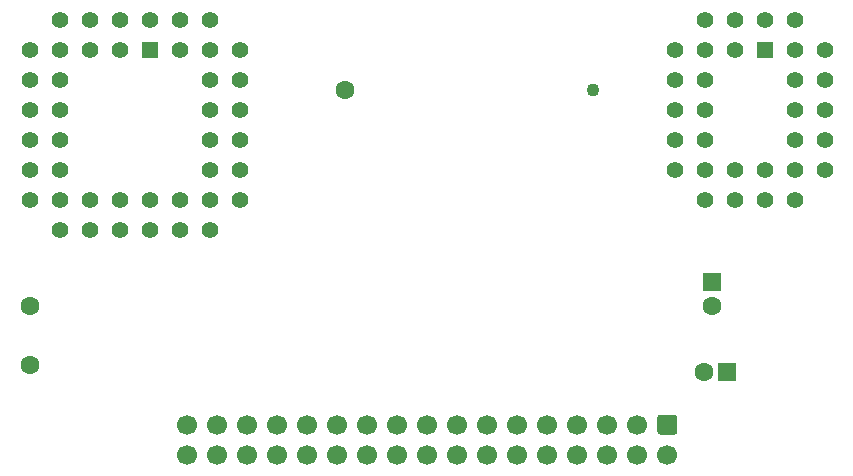
<source format=gbs>
%TF.GenerationSoftware,KiCad,Pcbnew,(5.1.12)-1*%
%TF.CreationDate,2024-01-28T09:01:29+01:00*%
%TF.ProjectId,EREBUS,45524542-5553-42e6-9b69-6361645f7063,rev?*%
%TF.SameCoordinates,PX6d01460PY60e4b00*%
%TF.FileFunction,Soldermask,Bot*%
%TF.FilePolarity,Negative*%
%FSLAX46Y46*%
G04 Gerber Fmt 4.6, Leading zero omitted, Abs format (unit mm)*
G04 Created by KiCad (PCBNEW (5.1.12)-1) date 2024-01-28 09:01:29*
%MOMM*%
%LPD*%
G01*
G04 APERTURE LIST*
%ADD10C,1.100000*%
%ADD11C,1.600000*%
%ADD12C,1.422400*%
%ADD13R,1.422400X1.422400*%
%ADD14R,1.600000X1.600000*%
%ADD15C,1.700000*%
G04 APERTURE END LIST*
D10*
%TO.C,J2*%
X52140000Y34005000D03*
D11*
X31140000Y34005000D03*
%TD*%
D12*
%TO.C,U2*%
X71755000Y37465000D03*
X71755000Y34925000D03*
X71755000Y32385000D03*
X71755000Y29845000D03*
X69215000Y34925000D03*
X69215000Y32385000D03*
X69215000Y29845000D03*
X69215000Y27305000D03*
X69215000Y24765000D03*
X66675000Y24765000D03*
X64135000Y24765000D03*
X61595000Y24765000D03*
X71755000Y27305000D03*
X66675000Y27305000D03*
X64135000Y27305000D03*
X61595000Y27305000D03*
X59055000Y27305000D03*
X59055000Y29845000D03*
X59055000Y32385000D03*
X59055000Y34925000D03*
X59055000Y37465000D03*
X61595000Y29845000D03*
X61595000Y32385000D03*
X61595000Y34925000D03*
X61595000Y37465000D03*
X69215000Y40005000D03*
X66675000Y40005000D03*
X61595000Y40005000D03*
X64135000Y40005000D03*
X69215000Y37465000D03*
X64135000Y37465000D03*
D13*
X66675000Y37465000D03*
%TD*%
D12*
%TO.C,U1*%
X22225000Y37465000D03*
X22225000Y34925000D03*
X22225000Y32385000D03*
X22225000Y29845000D03*
X22225000Y27305000D03*
X19685000Y40005000D03*
X19685000Y34925000D03*
X19685000Y32385000D03*
X19685000Y29845000D03*
X19685000Y27305000D03*
X19685000Y24765000D03*
X19685000Y22225000D03*
X17145000Y22225000D03*
X14605000Y22225000D03*
X12065000Y22225000D03*
X9525000Y22225000D03*
X6985000Y22225000D03*
X22225000Y24765000D03*
X17145000Y24765000D03*
X14605000Y24765000D03*
X12065000Y24765000D03*
X9525000Y24765000D03*
X6985000Y24765000D03*
X4445000Y24765000D03*
X4445000Y27305000D03*
X4445000Y29845000D03*
X4445000Y32385000D03*
X4445000Y34925000D03*
X4445000Y37465000D03*
X6985000Y27305000D03*
X6985000Y29845000D03*
X6985000Y32385000D03*
X6985000Y34925000D03*
X6985000Y37465000D03*
X17145000Y40005000D03*
X14605000Y40005000D03*
X6985000Y40005000D03*
X9525000Y40005000D03*
X12065000Y40005000D03*
X19685000Y37465000D03*
X17145000Y37465000D03*
X9525000Y37465000D03*
X12065000Y37465000D03*
D13*
X14605000Y37465000D03*
%TD*%
D11*
%TO.C,C3*%
X61500000Y10160000D03*
D14*
X63500000Y10160000D03*
%TD*%
D15*
%TO.C,J1*%
X17780000Y3175000D03*
X20320000Y3175000D03*
X22860000Y3175000D03*
X25400000Y3175000D03*
X27940000Y3175000D03*
X30480000Y3175000D03*
X33020000Y3175000D03*
X35560000Y3175000D03*
X38100000Y3175000D03*
X40640000Y3175000D03*
X43180000Y3175000D03*
X45720000Y3175000D03*
X48260000Y3175000D03*
X50800000Y3175000D03*
X53340000Y3175000D03*
X55880000Y3175000D03*
X58420000Y3175000D03*
X17780000Y5715000D03*
X20320000Y5715000D03*
X22860000Y5715000D03*
X25400000Y5715000D03*
X27940000Y5715000D03*
X30480000Y5715000D03*
X33020000Y5715000D03*
X35560000Y5715000D03*
X38100000Y5715000D03*
X40640000Y5715000D03*
X43180000Y5715000D03*
X45720000Y5715000D03*
X48260000Y5715000D03*
X50800000Y5715000D03*
X53340000Y5715000D03*
X55880000Y5715000D03*
G36*
G01*
X57820000Y6565000D02*
X59020000Y6565000D01*
G75*
G02*
X59270000Y6315000I0J-250000D01*
G01*
X59270000Y5115000D01*
G75*
G02*
X59020000Y4865000I-250000J0D01*
G01*
X57820000Y4865000D01*
G75*
G02*
X57570000Y5115000I0J250000D01*
G01*
X57570000Y6315000D01*
G75*
G02*
X57820000Y6565000I250000J0D01*
G01*
G37*
%TD*%
D11*
%TO.C,C2*%
X4445000Y15795000D03*
X4445000Y10795000D03*
%TD*%
%TO.C,C1*%
X62230000Y15780000D03*
D14*
X62230000Y17780000D03*
%TD*%
M02*

</source>
